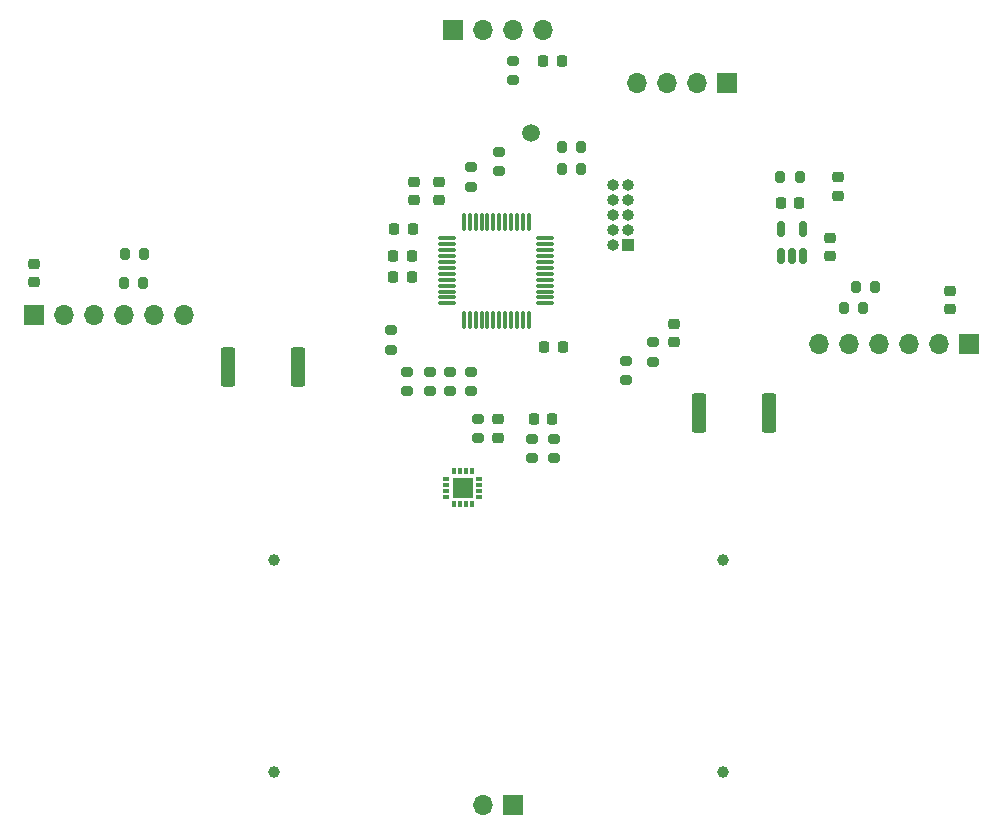
<source format=gbr>
%TF.GenerationSoftware,KiCad,Pcbnew,7.0.10*%
%TF.CreationDate,2024-01-31T17:30:21+01:00*%
%TF.ProjectId,minimouse,6d696e69-6d6f-4757-9365-2e6b69636164,rev?*%
%TF.SameCoordinates,Original*%
%TF.FileFunction,Soldermask,Top*%
%TF.FilePolarity,Negative*%
%FSLAX46Y46*%
G04 Gerber Fmt 4.6, Leading zero omitted, Abs format (unit mm)*
G04 Created by KiCad (PCBNEW 7.0.10) date 2024-01-31 17:30:21*
%MOMM*%
%LPD*%
G01*
G04 APERTURE LIST*
G04 Aperture macros list*
%AMRoundRect*
0 Rectangle with rounded corners*
0 $1 Rounding radius*
0 $2 $3 $4 $5 $6 $7 $8 $9 X,Y pos of 4 corners*
0 Add a 4 corners polygon primitive as box body*
4,1,4,$2,$3,$4,$5,$6,$7,$8,$9,$2,$3,0*
0 Add four circle primitives for the rounded corners*
1,1,$1+$1,$2,$3*
1,1,$1+$1,$4,$5*
1,1,$1+$1,$6,$7*
1,1,$1+$1,$8,$9*
0 Add four rect primitives between the rounded corners*
20,1,$1+$1,$2,$3,$4,$5,0*
20,1,$1+$1,$4,$5,$6,$7,0*
20,1,$1+$1,$6,$7,$8,$9,0*
20,1,$1+$1,$8,$9,$2,$3,0*%
G04 Aperture macros list end*
%ADD10RoundRect,0.075000X-0.662500X-0.075000X0.662500X-0.075000X0.662500X0.075000X-0.662500X0.075000X0*%
%ADD11RoundRect,0.075000X-0.075000X-0.662500X0.075000X-0.662500X0.075000X0.662500X-0.075000X0.662500X0*%
%ADD12RoundRect,0.200000X0.275000X-0.200000X0.275000X0.200000X-0.275000X0.200000X-0.275000X-0.200000X0*%
%ADD13RoundRect,0.225000X0.225000X0.250000X-0.225000X0.250000X-0.225000X-0.250000X0.225000X-0.250000X0*%
%ADD14C,1.000000*%
%ADD15C,1.500000*%
%ADD16RoundRect,0.200000X0.200000X0.275000X-0.200000X0.275000X-0.200000X-0.275000X0.200000X-0.275000X0*%
%ADD17RoundRect,0.200000X-0.275000X0.200000X-0.275000X-0.200000X0.275000X-0.200000X0.275000X0.200000X0*%
%ADD18RoundRect,0.225000X-0.225000X-0.250000X0.225000X-0.250000X0.225000X0.250000X-0.225000X0.250000X0*%
%ADD19R,0.630000X0.300000*%
%ADD20R,0.300000X0.630000*%
%ADD21R,1.750000X1.750000*%
%ADD22R,1.700000X1.700000*%
%ADD23O,1.700000X1.700000*%
%ADD24RoundRect,0.225000X0.250000X-0.225000X0.250000X0.225000X-0.250000X0.225000X-0.250000X-0.225000X0*%
%ADD25RoundRect,0.200000X-0.200000X-0.275000X0.200000X-0.275000X0.200000X0.275000X-0.200000X0.275000X0*%
%ADD26RoundRect,0.250000X0.362500X1.425000X-0.362500X1.425000X-0.362500X-1.425000X0.362500X-1.425000X0*%
%ADD27RoundRect,0.250000X-0.362500X-1.425000X0.362500X-1.425000X0.362500X1.425000X-0.362500X1.425000X0*%
%ADD28R,1.000000X1.000000*%
%ADD29O,1.000000X1.000000*%
%ADD30RoundRect,0.150000X0.150000X-0.512500X0.150000X0.512500X-0.150000X0.512500X-0.150000X-0.512500X0*%
%ADD31RoundRect,0.218750X0.256250X-0.218750X0.256250X0.218750X-0.256250X0.218750X-0.256250X-0.218750X0*%
G04 APERTURE END LIST*
D10*
%TO.C,U1*%
X145687500Y-86800000D03*
X145687500Y-87300000D03*
X145687500Y-87800000D03*
X145687500Y-88300000D03*
X145687500Y-88800000D03*
X145687500Y-89300000D03*
X145687500Y-89800000D03*
X145687500Y-90300000D03*
X145687500Y-90800000D03*
X145687500Y-91300000D03*
X145687500Y-91800000D03*
X145687500Y-92300000D03*
D11*
X147100000Y-93712500D03*
X147600000Y-93712500D03*
X148100000Y-93712500D03*
X148600000Y-93712500D03*
X149100000Y-93712500D03*
X149600000Y-93712500D03*
X150100000Y-93712500D03*
X150600000Y-93712500D03*
X151100000Y-93712500D03*
X151600000Y-93712500D03*
X152100000Y-93712500D03*
X152600000Y-93712500D03*
D10*
X154012500Y-92300000D03*
X154012500Y-91800000D03*
X154012500Y-91300000D03*
X154012500Y-90800000D03*
X154012500Y-90300000D03*
X154012500Y-89800000D03*
X154012500Y-89300000D03*
X154012500Y-88800000D03*
X154012500Y-88300000D03*
X154012500Y-87800000D03*
X154012500Y-87300000D03*
X154012500Y-86800000D03*
D11*
X152600000Y-85387500D03*
X152100000Y-85387500D03*
X151600000Y-85387500D03*
X151100000Y-85387500D03*
X150600000Y-85387500D03*
X150100000Y-85387500D03*
X149600000Y-85387500D03*
X149100000Y-85387500D03*
X148600000Y-85387500D03*
X148100000Y-85387500D03*
X147600000Y-85387500D03*
X147100000Y-85387500D03*
%TD*%
D12*
%TO.C,R1*%
X150100000Y-81125000D03*
X150100000Y-79475000D03*
%TD*%
D13*
%TO.C,C16*%
X154575000Y-102100000D03*
X153025000Y-102100000D03*
%TD*%
D14*
%TO.C,M2*%
X131000000Y-114000000D03*
X131000000Y-132000000D03*
%TD*%
D12*
%TO.C,R26*%
X151300000Y-73425000D03*
X151300000Y-71775000D03*
%TD*%
D15*
%TO.C,BOOT0*%
X152800000Y-77900000D03*
%TD*%
D12*
%TO.C,R11*%
X163100000Y-97225000D03*
X163100000Y-95575000D03*
%TD*%
D16*
%TO.C,R19*%
X175525000Y-81612500D03*
X173875000Y-81612500D03*
%TD*%
D17*
%TO.C,R4*%
X144200000Y-98075000D03*
X144200000Y-99725000D03*
%TD*%
D18*
%TO.C,C4*%
X153925000Y-96000000D03*
X155475000Y-96000000D03*
%TD*%
D19*
%TO.C,U2*%
X145615000Y-107150000D03*
X145615000Y-107650000D03*
X145615000Y-108150000D03*
X145615000Y-108650000D03*
D20*
X146250000Y-109285000D03*
X146750000Y-109285000D03*
X147250000Y-109285000D03*
X147750000Y-109285000D03*
D19*
X148385000Y-108650000D03*
X148385000Y-108150000D03*
X148385000Y-107650000D03*
X148385000Y-107150000D03*
D20*
X147750000Y-106515000D03*
X147250000Y-106515000D03*
X146750000Y-106515000D03*
X146250000Y-106515000D03*
D21*
X147000000Y-107900000D03*
%TD*%
D17*
%TO.C,R9*%
X147700000Y-80775000D03*
X147700000Y-82425000D03*
%TD*%
D22*
%TO.C,U4*%
X146190000Y-69125000D03*
D23*
X148730000Y-69125000D03*
X151270000Y-69125000D03*
X153810000Y-69125000D03*
%TD*%
D13*
%TO.C,C5*%
X142675000Y-90100000D03*
X141125000Y-90100000D03*
%TD*%
D22*
%TO.C,J2*%
X189850000Y-95700000D03*
D23*
X187310000Y-95700000D03*
X184770000Y-95700000D03*
X182230000Y-95700000D03*
X179690000Y-95700000D03*
X177150000Y-95700000D03*
%TD*%
D14*
%TO.C,M1*%
X169000000Y-132000000D03*
X169000000Y-114000000D03*
%TD*%
D24*
%TO.C,C21*%
X178100000Y-88275000D03*
X178100000Y-86725000D03*
%TD*%
D22*
%TO.C,J5*%
X151270000Y-134775000D03*
D23*
X148730000Y-134775000D03*
%TD*%
D25*
%TO.C,R24*%
X180275000Y-90900000D03*
X181925000Y-90900000D03*
%TD*%
D13*
%TO.C,C3*%
X142775000Y-86000000D03*
X141225000Y-86000000D03*
%TD*%
D25*
%TO.C,R22*%
X179275000Y-92700000D03*
X180925000Y-92700000D03*
%TD*%
D17*
%TO.C,R18*%
X152900000Y-103775000D03*
X152900000Y-105425000D03*
%TD*%
D24*
%TO.C,C7*%
X188300000Y-92775000D03*
X188300000Y-91225000D03*
%TD*%
D16*
%TO.C,R8*%
X157025000Y-80900000D03*
X155375000Y-80900000D03*
%TD*%
D26*
%TO.C,Rsense1*%
X133062500Y-97700000D03*
X127137500Y-97700000D03*
%TD*%
D17*
%TO.C,R2*%
X140900000Y-94575000D03*
X140900000Y-96225000D03*
%TD*%
D12*
%TO.C,R10*%
X160800000Y-98825000D03*
X160800000Y-97175000D03*
%TD*%
D18*
%TO.C,C22*%
X173925000Y-83812500D03*
X175475000Y-83812500D03*
%TD*%
D24*
%TO.C,C15*%
X150000000Y-103675000D03*
X150000000Y-102125000D03*
%TD*%
D17*
%TO.C,R3*%
X142300000Y-98075000D03*
X142300000Y-99725000D03*
%TD*%
D24*
%TO.C,C2*%
X145000000Y-83575000D03*
X145000000Y-82025000D03*
%TD*%
D18*
%TO.C,C20*%
X153825000Y-71800000D03*
X155375000Y-71800000D03*
%TD*%
D13*
%TO.C,C1*%
X142675000Y-88300000D03*
X141125000Y-88300000D03*
%TD*%
D17*
%TO.C,R5*%
X145900000Y-98075000D03*
X145900000Y-99725000D03*
%TD*%
D24*
%TO.C,C9*%
X110700000Y-90475000D03*
X110700000Y-88925000D03*
%TD*%
%TO.C,C8*%
X164900000Y-95575000D03*
X164900000Y-94025000D03*
%TD*%
D27*
%TO.C,Rsense2*%
X167037500Y-101600000D03*
X172962500Y-101600000D03*
%TD*%
D28*
%TO.C,J1*%
X161000000Y-87380000D03*
D29*
X159730000Y-87380000D03*
X161000000Y-86110000D03*
X159730000Y-86110000D03*
X161000000Y-84840000D03*
X159730000Y-84840000D03*
X161000000Y-83570000D03*
X159730000Y-83570000D03*
X161000000Y-82300000D03*
X159730000Y-82300000D03*
%TD*%
D16*
%TO.C,R25*%
X120045000Y-88100000D03*
X118395000Y-88100000D03*
%TD*%
D22*
%TO.C,J3*%
X110700000Y-93300000D03*
D23*
X113240000Y-93300000D03*
X115780000Y-93300000D03*
X118320000Y-93300000D03*
X120860000Y-93300000D03*
X123400000Y-93300000D03*
%TD*%
D30*
%TO.C,U3*%
X173950000Y-88250000D03*
X174900000Y-88250000D03*
X175850000Y-88250000D03*
X175850000Y-85975000D03*
X173950000Y-85975000D03*
%TD*%
D24*
%TO.C,C6*%
X142900000Y-83575000D03*
X142900000Y-82025000D03*
%TD*%
D31*
%TO.C,D1*%
X178800000Y-83200000D03*
X178800000Y-81625000D03*
%TD*%
D16*
%TO.C,R23*%
X119945000Y-90600000D03*
X118295000Y-90600000D03*
%TD*%
D22*
%TO.C,J4*%
X169380000Y-73600000D03*
D23*
X166840000Y-73600000D03*
X164300000Y-73600000D03*
X161760000Y-73600000D03*
%TD*%
D17*
%TO.C,R16*%
X148300000Y-102075000D03*
X148300000Y-103725000D03*
%TD*%
%TO.C,R17*%
X154700000Y-103775000D03*
X154700000Y-105425000D03*
%TD*%
D25*
%TO.C,R21*%
X155375000Y-79100000D03*
X157025000Y-79100000D03*
%TD*%
D12*
%TO.C,R6*%
X147700000Y-99725000D03*
X147700000Y-98075000D03*
%TD*%
M02*

</source>
